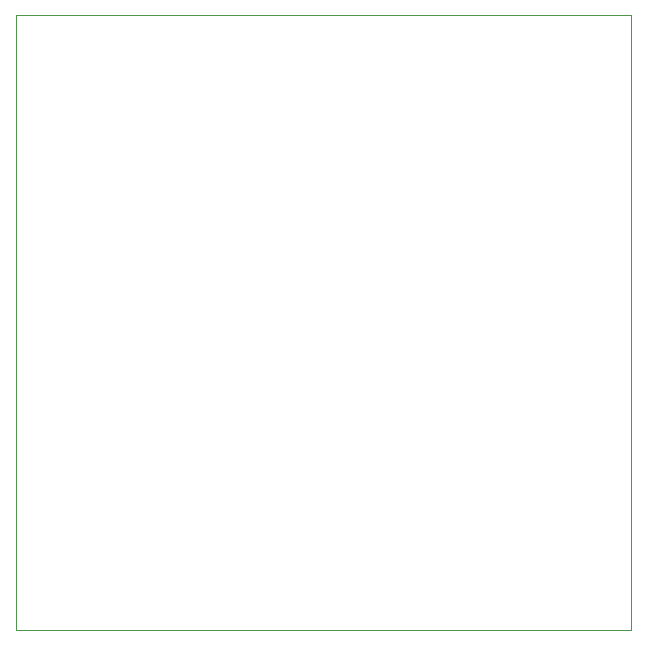
<source format=gm1>
G04 #@! TF.GenerationSoftware,KiCad,Pcbnew,7.0.5*
G04 #@! TF.CreationDate,2024-09-21T21:16:43+03:00*
G04 #@! TF.ProjectId,MatterEverything_Board,4d617474-6572-4457-9665-72797468696e,rev?*
G04 #@! TF.SameCoordinates,Original*
G04 #@! TF.FileFunction,Profile,NP*
%FSLAX46Y46*%
G04 Gerber Fmt 4.6, Leading zero omitted, Abs format (unit mm)*
G04 Created by KiCad (PCBNEW 7.0.5) date 2024-09-21 21:16:43*
%MOMM*%
%LPD*%
G01*
G04 APERTURE LIST*
G04 #@! TA.AperFunction,Profile*
%ADD10C,0.038100*%
G04 #@! TD*
G04 APERTURE END LIST*
D10*
X205740000Y-81280000D02*
X205740000Y-83820000D01*
X153670000Y-81280000D02*
X205740000Y-81280000D01*
X153670000Y-83820000D02*
X153670000Y-81280000D01*
X205740000Y-133350000D02*
X205740000Y-83820000D01*
X153670000Y-133350000D02*
X205740000Y-133350000D01*
X153670000Y-83820000D02*
X153670000Y-133350000D01*
M02*

</source>
